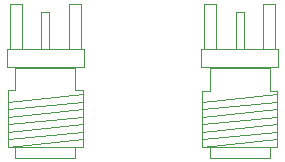
<source format=gbr>
G04 #@! TF.FileFunction,Drawing*
%FSLAX46Y46*%
G04 Gerber Fmt 4.6, Leading zero omitted, Abs format (unit mm)*
G04 Created by KiCad (PCBNEW 4.0.7) date 04/25/19 22:47:30*
%MOMM*%
%LPD*%
G01*
G04 APERTURE LIST*
%ADD10C,0.100000*%
%ADD11C,0.010000*%
G04 APERTURE END LIST*
D10*
D11*
X125789000Y-143783500D02*
X125789000Y-142831000D01*
X125789000Y-142831000D02*
X125154000Y-142831000D01*
X125154000Y-142831000D02*
X125154000Y-142196000D01*
X125154000Y-142196000D02*
X125154000Y-141561000D01*
X125154000Y-141561000D02*
X125154000Y-140926000D01*
X125154000Y-140926000D02*
X125154000Y-140291000D01*
X125154000Y-140291000D02*
X125154000Y-139656000D01*
X125154000Y-139656000D02*
X125154000Y-139021000D01*
X125154000Y-139021000D02*
X125154000Y-138068500D01*
X125154000Y-138068500D02*
X125789000Y-138068500D01*
X125789000Y-138068500D02*
X125789000Y-136163500D01*
X125789000Y-136163500D02*
X130869000Y-136163500D01*
X130869000Y-136163500D02*
X130869000Y-138068500D01*
X130869000Y-138068500D02*
X131504000Y-138068500D01*
X131504000Y-138068500D02*
X131504000Y-139021000D01*
X131504000Y-139021000D02*
X131504000Y-139656000D01*
X131504000Y-139656000D02*
X131504000Y-140291000D01*
X131504000Y-140291000D02*
X131504000Y-140926000D01*
X131504000Y-140926000D02*
X131504000Y-141561000D01*
X131504000Y-141561000D02*
X131504000Y-142196000D01*
X131504000Y-142196000D02*
X131504000Y-142831000D01*
X131504000Y-142831000D02*
X130869000Y-142831000D01*
X130869000Y-142831000D02*
X130869000Y-143783500D01*
X130869000Y-143783500D02*
X125789000Y-143783500D01*
X125789000Y-142831000D02*
X130869000Y-142831000D01*
X125154000Y-142831000D02*
X131504000Y-142196000D01*
X125154000Y-142196000D02*
X131504000Y-141561000D01*
X125154000Y-141561000D02*
X131504000Y-140926000D01*
X125154000Y-140926000D02*
X131504000Y-140291000D01*
X125154000Y-140291000D02*
X131504000Y-139656000D01*
X125154000Y-139656000D02*
X131504000Y-139021000D01*
X128646500Y-131401000D02*
X128011500Y-131401000D01*
X128011500Y-131401000D02*
X128011500Y-134576000D01*
X128646500Y-131401000D02*
X128646500Y-134576000D01*
X125154000Y-139021000D02*
X131504000Y-138386000D01*
X126329000Y-134576000D02*
X126329000Y-130766000D01*
X126329000Y-130766000D02*
X125329000Y-130766000D01*
X125329000Y-134576000D02*
X125329000Y-130766000D01*
X130329000Y-134576000D02*
X130329000Y-130766000D01*
X130329000Y-130766000D02*
X131329000Y-130766000D01*
X130329000Y-134576000D02*
X130329000Y-130766000D01*
X130329000Y-130766000D02*
X131329000Y-130766000D01*
X131329000Y-134576000D02*
X131329000Y-130766000D01*
X131579000Y-134576000D02*
X125079000Y-134576000D01*
X131579000Y-136100000D02*
X125079000Y-136100000D01*
X131579000Y-134576000D02*
X131579000Y-136100000D01*
X125079000Y-134576000D02*
X125079000Y-136100000D01*
X142260320Y-143802100D02*
X142260320Y-142849600D01*
X142260320Y-142849600D02*
X141625320Y-142849600D01*
X141625320Y-142849600D02*
X141625320Y-142214600D01*
X141625320Y-142214600D02*
X141625320Y-141579600D01*
X141625320Y-141579600D02*
X141625320Y-140944600D01*
X141625320Y-140944600D02*
X141625320Y-140309600D01*
X141625320Y-140309600D02*
X141625320Y-139674600D01*
X141625320Y-139674600D02*
X141625320Y-139039600D01*
X141625320Y-139039600D02*
X141625320Y-138087100D01*
X141625320Y-138087100D02*
X142260320Y-138087100D01*
X142260320Y-138087100D02*
X142260320Y-136182100D01*
X142260320Y-136182100D02*
X147340320Y-136182100D01*
X147340320Y-136182100D02*
X147340320Y-138087100D01*
X147340320Y-138087100D02*
X147975320Y-138087100D01*
X147975320Y-138087100D02*
X147975320Y-139039600D01*
X147975320Y-139039600D02*
X147975320Y-139674600D01*
X147975320Y-139674600D02*
X147975320Y-140309600D01*
X147975320Y-140309600D02*
X147975320Y-140944600D01*
X147975320Y-140944600D02*
X147975320Y-141579600D01*
X147975320Y-141579600D02*
X147975320Y-142214600D01*
X147975320Y-142214600D02*
X147975320Y-142849600D01*
X147975320Y-142849600D02*
X147340320Y-142849600D01*
X147340320Y-142849600D02*
X147340320Y-143802100D01*
X147340320Y-143802100D02*
X142260320Y-143802100D01*
X142260320Y-142849600D02*
X147340320Y-142849600D01*
X141625320Y-142849600D02*
X147975320Y-142214600D01*
X141625320Y-142214600D02*
X147975320Y-141579600D01*
X141625320Y-141579600D02*
X147975320Y-140944600D01*
X141625320Y-140944600D02*
X147975320Y-140309600D01*
X141625320Y-140309600D02*
X147975320Y-139674600D01*
X141625320Y-139674600D02*
X147975320Y-139039600D01*
X145117820Y-131419600D02*
X144482820Y-131419600D01*
X144482820Y-131419600D02*
X144482820Y-134594600D01*
X145117820Y-131419600D02*
X145117820Y-134594600D01*
X141625320Y-139039600D02*
X147975320Y-138404600D01*
X142800320Y-134594600D02*
X142800320Y-130784600D01*
X142800320Y-130784600D02*
X141800320Y-130784600D01*
X141800320Y-134594600D02*
X141800320Y-130784600D01*
X146800320Y-134594600D02*
X146800320Y-130784600D01*
X146800320Y-130784600D02*
X147800320Y-130784600D01*
X146800320Y-134594600D02*
X146800320Y-130784600D01*
X146800320Y-130784600D02*
X147800320Y-130784600D01*
X147800320Y-134594600D02*
X147800320Y-130784600D01*
X148050320Y-134594600D02*
X141550320Y-134594600D01*
X148050320Y-136118600D02*
X141550320Y-136118600D01*
X148050320Y-134594600D02*
X148050320Y-136118600D01*
X141550320Y-134594600D02*
X141550320Y-136118600D01*
M02*

</source>
